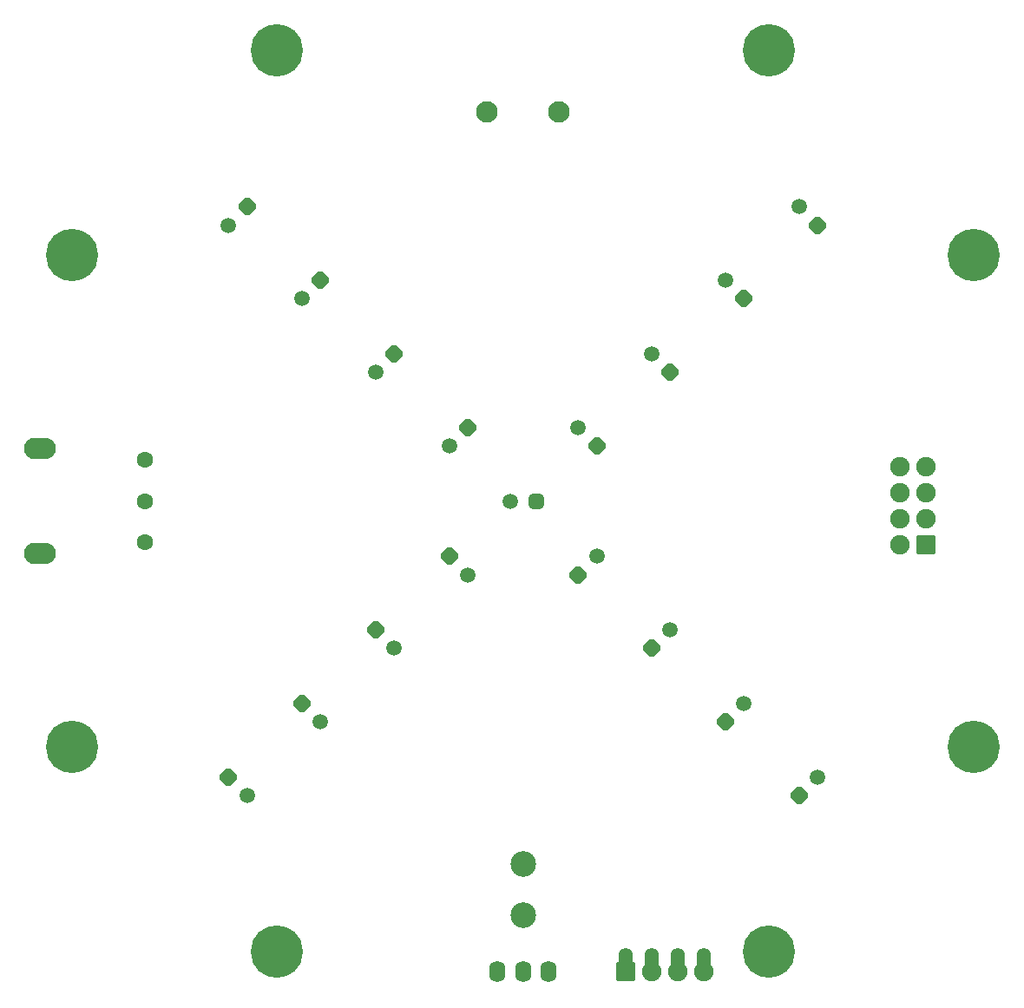
<source format=gbr>
%TF.GenerationSoftware,Altium Limited,Altium Designer,20.1.8 (145)*%
G04 Layer_Color=8388736*
%FSLAX45Y45*%
%MOMM*%
%TF.SameCoordinates,5961E689-EF10-4C47-967A-3E799B42680D*%
%TF.FilePolarity,Negative*%
%TF.FileFunction,Soldermask,Top*%
%TF.Part,Single*%
G01*
G75*
%TA.AperFunction,ComponentPad*%
%ADD14C,1.50000*%
%TA.AperFunction,SMDPad,CuDef*%
G04:AMPARAMS|DCode=60|XSize=1.35mm|YSize=3.1mm|CornerRadius=0.675mm|HoleSize=0mm|Usage=FLASHONLY|Rotation=0.000|XOffset=0mm|YOffset=0mm|HoleType=Round|Shape=RoundedRectangle|*
%AMROUNDEDRECTD60*
21,1,1.35000,1.75000,0,0,0.0*
21,1,0.00000,3.10000,0,0,0.0*
1,1,1.35000,0.00000,-0.87500*
1,1,1.35000,0.00000,-0.87500*
1,1,1.35000,0.00000,0.87500*
1,1,1.35000,0.00000,0.87500*
%
%ADD60ROUNDEDRECTD60*%
%TA.AperFunction,ComponentPad*%
%ADD65O,3.10000X2.10000*%
%ADD66C,1.60000*%
G04:AMPARAMS|DCode=67|XSize=1.9mm|YSize=1.9mm|CornerRadius=0.95mm|HoleSize=0mm|Usage=FLASHONLY|Rotation=90.000|XOffset=0mm|YOffset=0mm|HoleType=Round|Shape=RoundedRectangle|*
%AMROUNDEDRECTD67*
21,1,1.90000,0.00000,0,0,90.0*
21,1,0.00000,1.90000,0,0,90.0*
1,1,1.90000,0.00000,0.00000*
1,1,1.90000,0.00000,0.00000*
1,1,1.90000,0.00000,0.00000*
1,1,1.90000,0.00000,0.00000*
%
%ADD67ROUNDEDRECTD67*%
G04:AMPARAMS|DCode=68|XSize=1.9mm|YSize=1.9mm|CornerRadius=0.23mm|HoleSize=0mm|Usage=FLASHONLY|Rotation=90.000|XOffset=0mm|YOffset=0mm|HoleType=Round|Shape=RoundedRectangle|*
%AMROUNDEDRECTD68*
21,1,1.90000,1.44000,0,0,90.0*
21,1,1.44000,1.90000,0,0,90.0*
1,1,0.46000,0.72000,0.72000*
1,1,0.46000,0.72000,-0.72000*
1,1,0.46000,-0.72000,-0.72000*
1,1,0.46000,-0.72000,0.72000*
%
%ADD68ROUNDEDRECTD68*%
%TA.AperFunction,ViaPad*%
%ADD69C,5.10000*%
%TA.AperFunction,ComponentPad*%
G04:AMPARAMS|DCode=70|XSize=1.6mm|YSize=2.1mm|CornerRadius=0.8mm|HoleSize=0mm|Usage=FLASHONLY|Rotation=180.000|XOffset=0mm|YOffset=0mm|HoleType=Round|Shape=RoundedRectangle|*
%AMROUNDEDRECTD70*
21,1,1.60000,0.50000,0,0,180.0*
21,1,0.00000,2.10000,0,0,180.0*
1,1,1.60000,0.00000,0.25000*
1,1,1.60000,0.00000,0.25000*
1,1,1.60000,0.00000,-0.25000*
1,1,1.60000,0.00000,-0.25000*
%
%ADD70ROUNDEDRECTD70*%
G04:AMPARAMS|DCode=71|XSize=1.9mm|YSize=1.9mm|CornerRadius=0.23mm|HoleSize=0mm|Usage=FLASHONLY|Rotation=0.000|XOffset=0mm|YOffset=0mm|HoleType=Round|Shape=RoundedRectangle|*
%AMROUNDEDRECTD71*
21,1,1.90000,1.44000,0,0,0.0*
21,1,1.44000,1.90000,0,0,0.0*
1,1,0.46000,0.72000,-0.72000*
1,1,0.46000,-0.72000,-0.72000*
1,1,0.46000,-0.72000,0.72000*
1,1,0.46000,0.72000,0.72000*
%
%ADD71ROUNDEDRECTD71*%
G04:AMPARAMS|DCode=72|XSize=1.9mm|YSize=1.9mm|CornerRadius=0.95mm|HoleSize=0mm|Usage=FLASHONLY|Rotation=0.000|XOffset=0mm|YOffset=0mm|HoleType=Round|Shape=RoundedRectangle|*
%AMROUNDEDRECTD72*
21,1,1.90000,0.00000,0,0,0.0*
21,1,0.00000,1.90000,0,0,0.0*
1,1,1.90000,0.00000,0.00000*
1,1,1.90000,0.00000,0.00000*
1,1,1.90000,0.00000,0.00000*
1,1,1.90000,0.00000,0.00000*
%
%ADD72ROUNDEDRECTD72*%
%ADD73C,2.50000*%
%ADD74C,2.10000*%
G04:AMPARAMS|DCode=75|XSize=1.5mm|YSize=1.5mm|CornerRadius=0.4mm|HoleSize=0mm|Usage=FLASHONLY|Rotation=315.000|XOffset=0mm|YOffset=0mm|HoleType=Round|Shape=RoundedRectangle|*
%AMROUNDEDRECTD75*
21,1,1.50000,0.70000,0,0,315.0*
21,1,0.70000,1.50000,0,0,315.0*
1,1,0.80000,0.00000,-0.49498*
1,1,0.80000,-0.49498,0.00000*
1,1,0.80000,0.00000,0.49498*
1,1,0.80000,0.49498,0.00000*
%
%ADD75ROUNDEDRECTD75*%
G04:AMPARAMS|DCode=76|XSize=1.5mm|YSize=1.5mm|CornerRadius=0.4mm|HoleSize=0mm|Usage=FLASHONLY|Rotation=90.000|XOffset=0mm|YOffset=0mm|HoleType=Round|Shape=RoundedRectangle|*
%AMROUNDEDRECTD76*
21,1,1.50000,0.70000,0,0,90.0*
21,1,0.70000,1.50000,0,0,90.0*
1,1,0.80000,0.35000,0.35000*
1,1,0.80000,0.35000,-0.35000*
1,1,0.80000,-0.35000,-0.35000*
1,1,0.80000,-0.35000,0.35000*
%
%ADD76ROUNDEDRECTD76*%
G04:AMPARAMS|DCode=77|XSize=1.5mm|YSize=1.5mm|CornerRadius=0.4mm|HoleSize=0mm|Usage=FLASHONLY|Rotation=45.000|XOffset=0mm|YOffset=0mm|HoleType=Round|Shape=RoundedRectangle|*
%AMROUNDEDRECTD77*
21,1,1.50000,0.70000,0,0,45.0*
21,1,0.70000,1.50000,0,0,45.0*
1,1,0.80000,0.49498,0.00000*
1,1,0.80000,0.00000,-0.49498*
1,1,0.80000,-0.49498,0.00000*
1,1,0.80000,0.00000,0.49498*
%
%ADD77ROUNDEDRECTD77*%
D14*
X2873682Y-2694077D02*
D03*
X2155261Y-1975656D02*
D03*
X1436841Y-1257236D02*
D03*
X718420Y-538816D02*
D03*
X-127000Y0D02*
D03*
X2694077Y2873682D02*
D03*
X1975656Y2155261D02*
D03*
X538816Y718420D02*
D03*
X1257236Y1436841D02*
D03*
X-718420Y538816D02*
D03*
X-2873682Y2694077D02*
D03*
X-2155261Y1975656D02*
D03*
X-1436841Y1257236D02*
D03*
X-2694077Y-2873682D02*
D03*
X-1975656Y-2155261D02*
D03*
X-538816Y-718420D02*
D03*
X-1257236Y-1436841D02*
D03*
D60*
X1760929Y-4513351D02*
D03*
X1506929D02*
D03*
X1252929D02*
D03*
X998929D02*
D03*
D65*
X-4710139Y-510000D02*
D03*
Y510000D02*
D03*
D66*
X-3690139Y400000D02*
D03*
Y0D02*
D03*
Y-400000D02*
D03*
D67*
X3673000Y339494D02*
D03*
Y85494D02*
D03*
X3673000Y-168506D02*
D03*
X3673000Y-422506D02*
D03*
X3927000Y339494D02*
D03*
Y85494D02*
D03*
Y-168506D02*
D03*
D68*
Y-422506D02*
D03*
D69*
X2400000Y-4400000D02*
D03*
X-2400000D02*
D03*
X4400000Y-2400000D02*
D03*
Y2400000D02*
D03*
X-4400000Y-2400000D02*
D03*
Y2400000D02*
D03*
X-2400000Y4400000D02*
D03*
X2400000D02*
D03*
D70*
X250000Y-4593351D02*
D03*
X0D02*
D03*
X-250000D02*
D03*
D71*
X998929D02*
D03*
D72*
X1252929D02*
D03*
X1506929D02*
D03*
X1760929D02*
D03*
D73*
X0Y-3544310D02*
D03*
Y-4044310D02*
D03*
D74*
X-350000Y3800000D02*
D03*
X350000D02*
D03*
D75*
X2694077Y-2873682D02*
D03*
X1975656Y-2155261D02*
D03*
X1257236Y-1436841D02*
D03*
X538816Y-718420D02*
D03*
X-538816Y718420D02*
D03*
X-2694077Y2873682D02*
D03*
X-1975656Y2155261D02*
D03*
X-1257236Y1436841D02*
D03*
D76*
X127000Y0D02*
D03*
D77*
X2873682Y2694077D02*
D03*
X2155261Y1975656D02*
D03*
X718420Y538816D02*
D03*
X1436841Y1257236D02*
D03*
X-2873682Y-2694077D02*
D03*
X-2155261Y-1975656D02*
D03*
X-718420Y-538816D02*
D03*
X-1436841Y-1257236D02*
D03*
%TF.MD5,ad016f937295cf4a2295776aefaf3196*%
M02*

</source>
